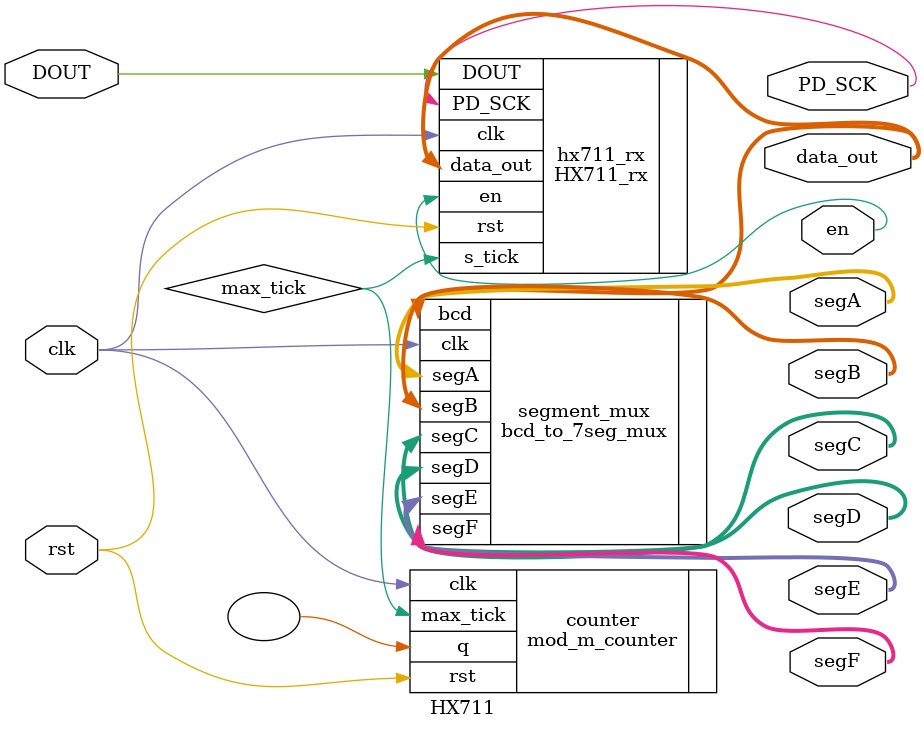
<source format=v>
module HX711(
	input wire clk, rst, DOUT,
	output wire PD_SCK, en,
	output wire [23:0] data_out,
	output wire [6:0] segA, segB, segC, segD, segE, segF
);

	wire max_tick;
	parameter ST = 1, FFH = 500, EP = 1, NBITS = 5, COUNT = 13, TC=10;   //FFH = 50_000_000, COUNT = 100 -- 50MHz/50,000*16 = 63
	
	HX711_rx #(.SLEEP_TIME(ST), .FPGA_FREQ_HZ(FFH), .EXTRA_PULSES(EP), .TICK_COUNTER(TC)) hx711_rx(
		.clk(clk),
		.rst(rst),
		.en(en),
		.s_tick(max_tick),
		.DOUT(DOUT),
		.data_out(data_out),
		.PD_SCK(PD_SCK)
	);
	
	mod_m_counter #(.N(NBITS), .M(COUNT)) counter( //Clock/BR*16 -> 50Mhz/9600*16 = 326 --> 20 us = 50,000 Hz == 50,000 bauds
		.clk(clk),
		.rst(rst),
		.max_tick(max_tick),
		.q()
	);
	
	bcd_to_7seg_mux segment_mux(
		.clk(clk),
		.bcd(data_out),
		.segA(segA),
		.segB(segB),
		.segC(segC),
		.segD(segD),
		.segE(segE),
		.segF(segF)
	);

endmodule

</source>
